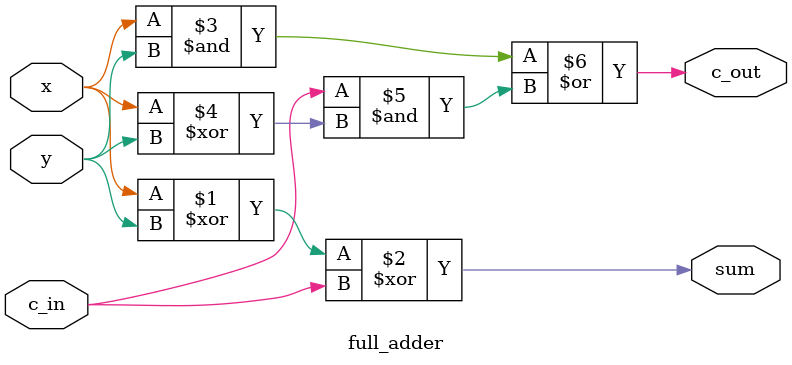
<source format=v>
module full_adder
(
	x,
	y,
	c_in,
	sum,
	c_out
);

	input x;
	input y;
	input c_in;
	output sum;
	output c_out;

	assign sum = x ^ y ^ c_in;
	assign c_out = (x & y) | (c_in & (x ^ y));

endmodule



</source>
